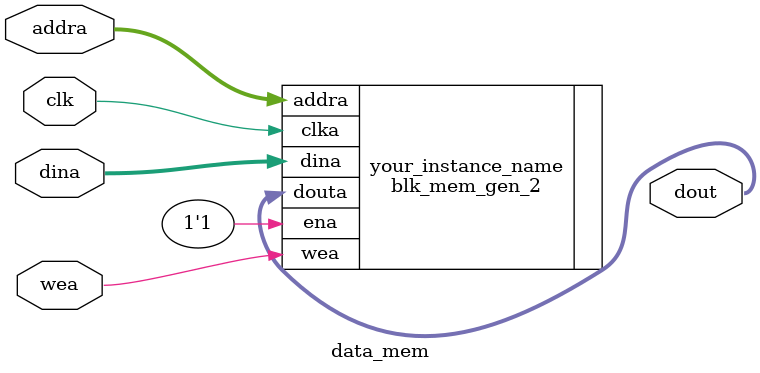
<source format=v>
`timescale 1ns / 1ps


module data_mem(input clk, input wea, input [15:0] addra, input [31:0] dina, output [31:0] dout);

    blk_mem_gen_2 your_instance_name (
      .clka(clk),    // input wire clka
      .ena(1'b1),      // input wire ena
      .wea(wea),      // input wire [0 : 0] wea
      .addra(addra),  // input wire [15 : 0] addra
      .dina(dina),    // input wire [31 : 0] dina
      .douta(dout)  // output wire [31 : 0] douta
    );
endmodule

</source>
